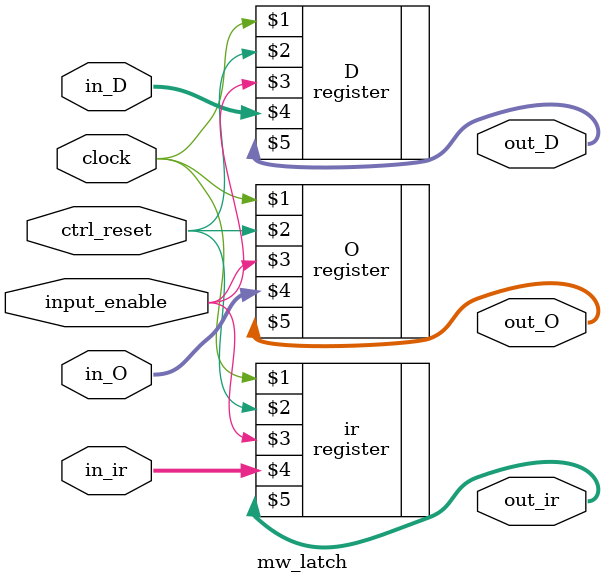
<source format=v>
module mw_latch(
    in_O, in_D, in_ir, 
    out_O, out_D, out_ir, 
    clock, ctrl_reset, input_enable);

    input clock, ctrl_reset, input_enable;
    input [31:0] in_O, in_D, in_ir;
    output [31:0] out_O, out_D, out_ir;

    register O (clock, ctrl_reset, input_enable, in_O, out_O);
    register D (clock, ctrl_reset, input_enable, in_D, out_D);    
    register ir (clock, ctrl_reset, input_enable, in_ir, out_ir);

endmodule
</source>
